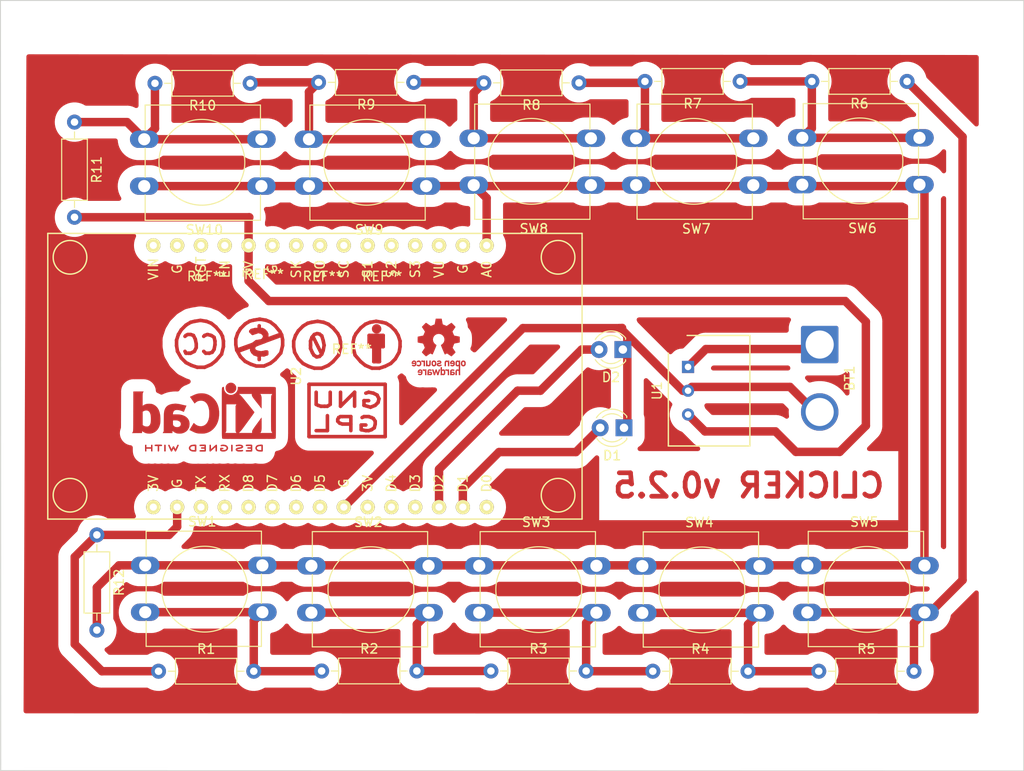
<source format=kicad_pcb>
(kicad_pcb (version 20211014) (generator pcbnew)
  (layers (0 "F.Cu" signal) (31 "B.Cu" signal) (34 "B.Paste" user) (35 "F.Paste" user) (36 "B.SilkS" user "B.Silkscreen") (37 "F.SilkS" user "F.Silkscreen") (38 "B.Mask" user) (39 "F.Mask" user) (44 "Edge.Cuts" user))
  (net 0 "")
  (net 1 "Net-(BT1-Pad1)")
  (net 2 "Net-(BT1-Pad2)")
  (net 3 "Net-(D1-Pad2)")
  (net 4 "Net-(D2-Pad2)")
  (net 5 "Net-(R1-Pad2)")
  (net 6 "Net-(R2-Pad2)")
  (net 7 "Net-(R3-Pad2)")
  (net 8 "Net-(R4-Pad2)")
  (net 9 "Net-(R5-Pad2)")
  (net 10 "Net-(R6-Pad2)")
  (net 11 "Net-(R7-Pad2)")
  (net 12 "Net-(R8-Pad2)")
  (net 13 "Net-(R10-Pad1)")
  (net 14 "Net-(R10-Pad2)")
  (net 15 "Net-(R11-Pad2)")
  (net 16 "Net-(R12-Pad2)")
  (footprint "Button_Switch_THT:SW_PUSH-12mm" (layer "F.Cu") (at 67.1322 90.043)
    (fp_text reference "SW1")
    (fp_text value "SW_Push")
  )
  (footprint "Resistor_THT:R_Axial_DIN0207_L6.3mm_D2.5mm_P10.16mm_Horizontal" (layer "F.Cu") (at 85.9536 101.3206)
    (fp_text reference "R2")
    (fp_text value "1k")
  )
  (footprint "LED_THT:LED_D3.0mm" (layer "F.Cu") (at 118.0896 67.0052 180)
    (fp_text reference "D2")
    (fp_text value "LED")
  )
  (footprint "Symbol:Symbol_CC-Attribution_CopperTop_Small" (layer "F.Cu") (at 91.821 66.4972)
    (fp_text reference "REF**")
    (fp_text value "Symbol_CC-Attribution_CopperTop_Small")
  )
  (footprint "Symbol:Symbol_GNU-GPL_CopperTop_Small" (layer "F.Cu") (at 88.6714 73.7616)
    (fp_text reference "REF**")
    (fp_text value "Symbol_GNU-GPL_CopperTop_Small")
  )
  (footprint "Resistor_THT:R_Axial_DIN0207_L6.3mm_D2.5mm_P10.16mm_Horizontal" (layer "F.Cu") (at 113.411 38.5318 180)
    (fp_text reference "R8")
    (fp_text value "1k")
  )
  (footprint "Symbol:Symbol_CreativeCommons_CopperTop_Type2_Small" (layer "F.Cu") (at 73.1266 66.4972)
    (fp_text reference "REF**")
    (fp_text value "Symbol_CreativeCommons_CopperTop_Type2_Small")
  )
  (footprint "Resistor_THT:R_Axial_DIN0207_L6.3mm_D2.5mm_P10.16mm_Horizontal" (layer "F.Cu") (at 130.6068 38.3794 180)
    (fp_text reference "R7")
    (fp_text value "1k")
  )
  (footprint "Button_Switch_THT:SW_PUSH-12mm" (layer "F.Cu") (at 137.7696 90.0684)
    (fp_text reference "SW5")
    (fp_text value "SW_Push")
  )
  (footprint "Connector_Wire:SolderWire-2.5sqmm_1x02_P7.2mm_D2.4mm_OD3.6mm" (layer "F.Cu") (at 139.0904 66.4718 -90)
    (fp_text reference "BT1")
    (fp_text value "Battery_Cell")
  )
  (footprint "Resistor_THT:R_Axial_DIN0207_L6.3mm_D2.5mm_P10.16mm_Horizontal" (layer "F.Cu") (at 104.013 101.3206)
    (fp_text reference "R3")
    (fp_text value "1k")
  )
  (footprint "ESP8266 NodeMCU:NodeMCU-LoLinV3" (layer "F.Cu") (at 83.239 69.856 -90)
    (fp_text reference "U2")
    (fp_text value "NodeMCU1.0(ESP-12E)")
  )
  (footprint "Symbol:Symbol_CC-Noncommercial_CopperTop_Small" (layer "F.Cu") (at 79.1972 66.2686)
    (fp_text reference "REF**")
    (fp_text value "Symbol_CC-Noncommercial_CopperTop_Small")
  )
  (footprint "Resistor_THT:R_Axial_DIN0207_L6.3mm_D2.5mm_P10.16mm_Horizontal" (layer "F.Cu") (at 68.5546 101.346)
    (fp_text reference "R1")
    (fp_text value "1k")
  )
  (footprint "Button_Switch_THT:SW_PUSH-12mm" (layer "F.Cu") (at 84.8614 90.0938)
    (fp_text reference "SW2")
    (fp_text value "SW_Push")
  )
  (footprint "Resistor_THT:R_Axial_DIN0207_L6.3mm_D2.5mm_P10.16mm_Horizontal" (layer "F.Cu") (at 95.7834 38.481 180)
    (fp_text reference "R9")
    (fp_text value "1k")
  )
  (footprint "Symbol:KiCad-Logo2_6mm_Copper" (layer "F.Cu") (at 73.413487 73.523648)
    (fp_text reference "REF**" hide)
    (fp_text value "KiCad-Logo2_6mm_Copper" hide)
  )
  (footprint "Resistor_THT:R_Axial_DIN0207_L6.3mm_D2.5mm_P10.16mm_Horizontal" (layer "F.Cu") (at 121.285 101.346)
    (fp_text reference "R4")
    (fp_text value "1k")
  )
  (footprint "Button_Switch_THT:SW_PUSH-12mm" (layer "F.Cu") (at 97.1042 49.5554 180)
    (fp_text reference "SW9")
    (fp_text value "SW_Push")
  )
  (footprint "Symbol:Symbol_CC-PublicDomain_CopperTop_Small" (layer "F.Cu") (at 85.471 66.4972)
    (fp_text reference "REF**")
    (fp_text value "Symbol_CC-PublicDomain_CopperTop_Small")
  )
  (footprint "Resistor_THT:R_Axial_DIN0207_L6.3mm_D2.5mm_P10.16mm_Horizontal" (layer "F.Cu") (at 61.976 86.7918 -90)
    (fp_text reference "R12")
    (fp_text value "100k")
  )
  (footprint "LED_THT:LED_D3.0mm" (layer "F.Cu") (at 118.2116 75.3618 180)
    (fp_text reference "D1")
    (fp_text value "LED")
  )
  (footprint "Symbol:OSHW-Logo_5.7x6mm_Copper" (layer "F.Cu") (at 98.4504 66.7258)
    (fp_text reference "REF**" hide)
    (fp_text value "OSHW-Logo_5.7x6mm_Copper" hide)
  )
  (footprint "Button_Switch_THT:SW_PUSH-12mm" (layer "F.Cu") (at 114.681 49.4538 180)
    (fp_text reference "SW8")
    (fp_text value "SW_Push")
  )
  (footprint "Resistor_THT:R_Axial_DIN0207_L6.3mm_D2.5mm_P10.16mm_Horizontal" (layer "F.Cu") (at 138.9888 101.346)
    (fp_text reference "R5")
    (fp_text value "1k")
  )
  (footprint "Button_Switch_THT:SW_PUSH-12mm" (layer "F.Cu") (at 132.0038 49.4538 180)
    (fp_text reference "SW7")
    (fp_text value "SW_Push")
  )
  (footprint "Button_Switch_THT:SW_PUSH-12mm" (layer "F.Cu") (at 120.1674 90.1192)
    (fp_text reference "SW4")
    (fp_text value "SW_Push")
  )
  (footprint "Resistor_THT:R_Axial_DIN0207_L6.3mm_D2.5mm_P10.16mm_Horizontal" (layer "F.Cu") (at 148.4122 38.3794 180)
    (fp_text reference "R6")
    (fp_text value "1k")
  )
  (footprint "Button_Switch_THT:SW_PUSH-12mm" (layer "F.Cu") (at 102.7684 90.0938)
    (fp_text reference "SW3")
    (fp_text value "SW_Push")
  )
  (footprint "Resistor_THT:R_Axial_DIN0207_L6.3mm_D2.5mm_P10.16mm_Horizontal" (layer "F.Cu") (at 59.5884 42.7228 -90)
    (fp_text reference "R11")
    (fp_text value "1k")
  )
  (footprint "Button_Switch_THT:SW_PUSH-12mm" (layer "F.Cu") (at 149.733 49.403 180)
    (fp_text reference "SW6")
    (fp_text value "SW_Push")
  )
  (footprint "Package_SIP:SIP3_11.6x8.5mm" (layer "F.Cu") (at 125.0442 68.8594 -90)
    (fp_text reference "U1")
    (fp_text value "LT1083-3.3")
  )
  (footprint "Resistor_THT:R_Axial_DIN0207_L6.3mm_D2.5mm_P10.16mm_Horizontal" (layer "F.Cu") (at 78.3336 38.5826 180)
    (fp_text reference "R10")
    (fp_text value "1k")
  )
  (footprint "Button_Switch_THT:SW_PUSH-12mm" (layer "F.Cu") (at 79.5274 49.5554 180)
    (fp_text reference "SW10")
    (fp_text value "SW_Push")
  )
  (gr_line (start 51.716 111.9594) (end 160.8598 111.9848) (layer "Edge.Cuts") (width 0.1))
  (gr_line (start 51.6906 29.7396) (end 51.716 111.9594) (layer "Edge.Cuts") (width 0.1))
  (gr_line (start 160.8598 111.9848) (end 160.8598 29.7396) (layer "Edge.Cuts") (width 0.1))
  (gr_line (start 160.8598 29.7396) (end 51.6906 29.7396) (layer "Edge.Cuts") (width 0.1))
  (gr_text "CLICKER v0.2.5" (at 131.5212 81.534) (layer "F.Cu") (effects (font (size 2.5 2.5) (thickness 0.5)) (justify mirror)))
  (segment (start 126.9492 66.9544) (end 125.0442 68.8594) (width 0.9) (layer "F.Cu") (net 1))
  (segment (start 138.6078 66.9544) (end 126.9492 66.9544) (width 0.9) (layer "F.Cu") (net 1))
  (segment (start 139.0904 66.4718) (end 138.6078 66.9544) (width 0.9) (layer "F.Cu") (net 1))
  (segment (start 62.5094 101.346) (end 59.6138 98.4504) (width 0.9) (layer "F.Cu") (net 2))
  (segment (start 124.4854 71.3994) (end 125.0442 71.3994) (width 0.9) (layer "F.Cu") (net 2))
  (segment (start 88.319 83.826) (end 107.4258 64.7192) (width 0.9) (layer "F.Cu") (net 2))
  (segment (start 117.983 64.7192) (end 118.0084 64.6938) (width 0.9) (layer "F.Cu") (net 2))
  (segment (start 125.4506 70.993) (end 125.0442 71.3994) (width 0.9) (layer "F.Cu") (net 2))
  (segment (start 59.6138 89.154) (end 61.976 86.7918) (width 0.9) (layer "F.Cu") (net 2))
  (segment (start 61.976 86.7918) (end 69.6722 86.7918) (width 0.9) (layer "F.Cu") (net 2))
  (segment (start 70.539 85.925) (end 70.539 83.826) (width 0.9) (layer "F.Cu") (net 2))
  (segment (start 117.8052 64.7192) (end 124.4854 71.3994) (width 0.9) (layer "F.Cu") (net 2))
  (segment (start 68.5546 101.346) (end 62.5094 101.346) (width 0.9) (layer "F.Cu") (net 2))
  (segment (start 138.5316 73.113) (end 138.0354 73.113) (width 0.9) (layer "F.Cu") (net 2))
  (segment (start 118.5672 75.0062) (end 118.5672 65.5066) (width 0.9) (layer "F.Cu") (net 2))
  (segment (start 107.4258 64.7192) (end 117.983 64.7192) (width 0.9) (layer "F.Cu") (net 2))
  (segment (start 135.9154 70.993) (end 125.4506 70.993) (width 0.9) (layer "F.Cu") (net 2))
  (segment (start 118.5672 65.5066) (end 117.7798 64.7192) (width 0.9) (layer "F.Cu") (net 2))
  (segment (start 138.0354 73.113) (end 135.9154 70.993) (width 0.9) (layer "F.Cu") (net 2))
  (segment (start 139.0904 73.6718) (end 138.5316 73.113) (width 0.9) (layer "F.Cu") (net 2))
  (segment (start 59.6138 98.4504) (end 59.6138 89.154) (width 0.9) (layer "F.Cu") (net 2))
  (segment (start 117.7798 64.7192) (end 117.8052 64.7192) (width 0.9) (layer "F.Cu") (net 2))
  (segment (start 69.6722 86.7918) (end 70.539 85.925) (width 0.9) (layer "F.Cu") (net 2))
  (segment (start 118.2116 75.3618) (end 118.5672 75.0062) (width 0.9) (layer "F.Cu") (net 2))
  (segment (start 104.8766 77.9526) (end 101.019 81.8102) (width 0.9) (layer "F.Cu") (net 3))
  (segment (start 113.0808 77.9526) (end 104.8766 77.9526) (width 0.9) (layer "F.Cu") (net 3))
  (segment (start 101.019 81.8102) (end 101.019 83.826) (width 0.9) (layer "F.Cu") (net 3))
  (segment (start 115.6716 75.3618) (end 113.0808 77.9526) (width 0.9) (layer "F.Cu") (net 3))
  (segment (start 115.5496 67.0052) (end 113.6904 67.0052) (width 0.9) (layer "F.Cu") (net 4))
  (segment (start 98.479 79.7782) (end 106.8578 71.3994) (width 0.9) (layer "F.Cu") (net 4))
  (segment (start 113.6904 67.0052) (end 109.2962 71.3994) (width 0.9) (layer "F.Cu") (net 4))
  (segment (start 106.8578 71.3994) (end 109.2962 71.3994) (width 0.9) (layer "F.Cu") (net 4))
  (segment (start 98.479 83.826) (end 98.479 79.7782) (width 0.9) (layer "F.Cu") (net 4))
  (segment (start 78.7146 101.346) (end 85.9282 101.346) (width 0.9) (layer "F.Cu") (net 5))
  (segment (start 79.6322 95.043) (end 67.1322 95.043) (width 0.9) (layer "F.Cu") (net 5))
  (segment (start 78.7146 101.346) (end 78.7146 95.9606) (width 0.9) (layer "F.Cu") (net 5))
  (segment (start 78.7146 95.9606) (end 79.6322 95.043) (width 0.9) (layer "F.Cu") (net 5))
  (segment (start 85.9282 101.346) (end 85.9536 101.3206) (width 0.9) (layer "F.Cu") (net 5))
  (segment (start 96.1136 101.3206) (end 96.1136 96.3416) (width 0.9) (layer "F.Cu") (net 6))
  (segment (start 96.1136 96.3416) (end 97.3614 95.0938) (width 0.9) (layer "F.Cu") (net 6))
  (segment (start 96.1136 101.3206) (end 104.013 101.3206) (width 0.9) (layer "F.Cu") (net 6))
  (segment (start 97.3614 95.0938) (end 84.8614 95.0938) (width 0.9) (layer "F.Cu") (net 6))
  (segment (start 115.2684 95.0938) (end 102.7684 95.0938) (width 0.9) (layer "F.Cu") (net 7))
  (segment (start 114.173 96.1892) (end 115.2684 95.0938) (width 0.9) (layer "F.Cu") (net 7))
  (segment (start 114.1984 101.346) (end 114.173 101.3206) (width 0.9) (layer "F.Cu") (net 7))
  (segment (start 121.285 101.346) (end 114.1984 101.346) (width 0.9) (layer "F.Cu") (net 7))
  (segment (start 114.173 101.3206) (end 114.173 96.1892) (width 0.9) (layer "F.Cu") (net 7))
  (segment (start 131.445 101.346) (end 138.9888 101.346) (width 0.9) (layer "F.Cu") (net 8))
  (segment (start 132.6674 95.1192) (end 120.1674 95.1192) (width 0.9) (layer "F.Cu") (net 8))
  (segment (start 131.445 101.346) (end 131.445 96.3416) (width 0.9) (layer "F.Cu") (net 8))
  (segment (start 131.445 96.3416) (end 132.6674 95.1192) (width 0.9) (layer "F.Cu") (net 8))
  (segment (start 150.2696 95.0684) (end 137.7696 95.0684) (width 0.9) (layer "F.Cu") (net 9))
  (segment (start 154.3304 44.2976) (end 148.4122 38.3794) (width 0.9) (layer "F.Cu") (net 9))
  (segment (start 150.8798 95.0684) (end 154.3304 91.6178) (width 0.9) (layer "F.Cu") (net 9))
  (segment (start 150.2696 95.0684) (end 150.8798 95.0684) (width 0.9) (layer "F.Cu") (net 9))
  (segment (start 149.1488 96.1892) (end 150.2696 95.0684) (width 0.9) (layer "F.Cu") (net 9))
  (segment (start 149.1488 101.346) (end 149.1488 96.1892) (width 0.9) (layer "F.Cu") (net 9))
  (segment (start 154.3304 91.6178) (end 154.3304 44.2976) (width 0.9) (layer "F.Cu") (net 9))
  (segment (start 137.233 44.403) (end 149.733 44.403) (width 0.9) (layer "F.Cu") (net 10))
  (segment (start 138.2522 43.3838) (end 137.233 44.403) (width 0.9) (layer "F.Cu") (net 10))
  (segment (start 138.2522 38.3794) (end 138.2522 43.3838) (width 0.9) (layer "F.Cu") (net 10))
  (segment (start 130.6068 38.3794) (end 138.2522 38.3794) (width 0.9) (layer "F.Cu") (net 10))
  (segment (start 120.4468 43.5108) (end 119.5038 44.4538) (width 0.9) (layer "F.Cu") (net 11))
  (segment (start 120.2944 38.5318) (end 120.4468 38.3794) (width 0.9) (layer "F.Cu") (net 11))
  (segment (start 113.411 38.5318) (end 120.2944 38.5318) (width 0.9) (layer "F.Cu") (net 11))
  (segment (start 119.5038 44.4538) (end 132.0038 44.4538) (width 0.9) (layer "F.Cu") (net 11))
  (segment (start 120.4468 38.3794) (end 120.4468 43.5108) (width 0.9) (layer "F.Cu") (net 11))
  (segment (start 102.181 44.4538) (end 114.681 44.4538) (width 0.9) (layer "F.Cu") (net 12))
  (segment (start 103.2002 38.481) (end 103.251 38.5318) (width 0.9) (layer "F.Cu") (net 12))
  (segment (start 102.181 39.6018) (end 103.251 38.5318) (width 0.9) (layer "F.Cu") (net 12))
  (segment (start 102.181 44.4538) (end 102.181 39.6018) (width 0.9) (layer "F.Cu") (net 12))
  (segment (start 95.7834 38.481) (end 103.2002 38.481) (width 0.9) (layer "F.Cu") (net 12))
  (segment (start 84.6042 44.5554) (end 84.6042 39.5002) (width 0.9) (layer "F.Cu") (net 13))
  (segment (start 84.6042 44.5554) (end 97.1042 44.5554) (width 0.9) (layer "F.Cu") (net 13))
  (segment (start 85.6234 38.481) (end 78.4352 38.481) (width 0.9) (layer "F.Cu") (net 13))
  (segment (start 78.4352 38.481) (end 78.3336 38.5826) (width 0.9) (layer "F.Cu") (net 13))
  (segment (start 84.6042 39.5002) (end 85.6234 38.481) (width 0.9) (layer "F.Cu") (net 13))
  (segment (start 68.1736 38.5826) (end 68.1736 43.4092) (width 0.9) (layer "F.Cu") (net 14))
  (segment (start 67.0274 44.5554) (end 79.5274 44.5554) (width 0.9) (layer "F.Cu") (net 14))
  (segment (start 68.1736 43.4092) (end 67.0274 44.5554) (width 0.9) (layer "F.Cu") (net 14))
  (segment (start 65.1948 42.7228) (end 67.0274 44.5554) (width 0.9) (layer "F.Cu") (net 14))
  (segment (start 59.5884 42.7228) (end 65.1948 42.7228) (width 0.9) (layer "F.Cu") (net 14))
  (segment (start 78.232 52.8828) (end 78.159 52.9558) (width 0.9) (layer "F.Cu") (net 15))
  (segment (start 141.8082 61.8236) (end 80.3148 61.8236) (width 0.9) (layer "F.Cu") (net 15))
  (segment (start 136.5504 77.9272) (end 141.224 77.9272) (width 0.9) (layer "F.Cu") (net 15))
  (segment (start 59.5884 52.8828) (end 78.232 52.8828) (width 0.9) (layer "F.Cu") (net 15))
  (segment (start 126.8476 75.7428) (end 134.366 75.7428) (width 0.9) (layer "F.Cu") (net 15))
  (segment (start 78.159 59.6678) (end 78.159 55.886) (width 0.9) (layer "F.Cu") (net 15))
  (segment (start 134.366 75.7428) (end 136.5504 77.9272) (width 0.9) (layer "F.Cu") (net 15))
  (segment (start 125.0442 73.9394) (end 126.8476 75.7428) (width 0.9) (layer "F.Cu") (net 15))
  (segment (start 80.3148 61.8236) (end 78.159 59.6678) (width 0.9) (layer "F.Cu") (net 15))
  (segment (start 78.159 52.9558) (end 78.159 55.886) (width 0.9) (layer "F.Cu") (net 15))
  (segment (start 144.018 64.0334) (end 141.8082 61.8236) (width 0.9) (layer "F.Cu") (net 15))
  (segment (start 141.224 77.9272) (end 144.018 75.1332) (width 0.9) (layer "F.Cu") (net 15))
  (segment (start 144.018 75.1332) (end 144.018 64.0334) (width 0.9) (layer "F.Cu") (net 15))
  (segment (start 67.1322 90.043) (end 150.2442 90.043) (width 0.9) (layer "F.Cu") (net 16))
  (segment (start 64.3382 90.043) (end 67.1322 90.043) (width 0.9) (layer "F.Cu") (net 16))
  (segment (start 149.5806 49.5554) (end 149.733 49.403) (width 0.9) (layer "F.Cu") (net 16))
  (segment (start 61.976 96.9518) (end 61.976 92.4052) (width 0.9) (layer "F.Cu") (net 16))
  (segment (start 150.2696 90.0684) (end 150.2696 49.9396) (width 0.9) (layer "F.Cu") (net 16))
  (segment (start 67.0274 49.5554) (end 149.5806 49.5554) (width 0.9) (layer "F.Cu") (net 16))
  (segment (start 150.2442 90.043) (end 150.2696 90.0684) (width 0.9) (layer "F.Cu") (net 16))
  (segment (start 150.2696 49.9396) (end 149.733 49.403) (width 0.9) (layer "F.Cu") (net 16))
  (segment (start 103.559 50.8318) (end 102.181 49.4538) (width 0.9) (layer "F.Cu") (net 16))
  (segment (start 103.559 55.886) (end 103.559 50.8318) (width 0.9) (layer "F.Cu") (net 16))
  (segment (start 61.976 92.4052) (end 64.3382 90.043) (width 0.9) (layer "F.Cu") (net 16))
  (zone (net 0) (net_name "") (layer "F.Cu") (connect_pads (clearance 1.3)) (min_thickness 0.5) (fill yes (thermal_gap 0.508) (thermal_bridge_width 0.508))
    (polygon (pts (xy 156.0576 35.56) (xy 156.0576 105.8672) (xy 54.1528 105.8418) (xy 54.4576 35.4838)))
  )
)
</source>
